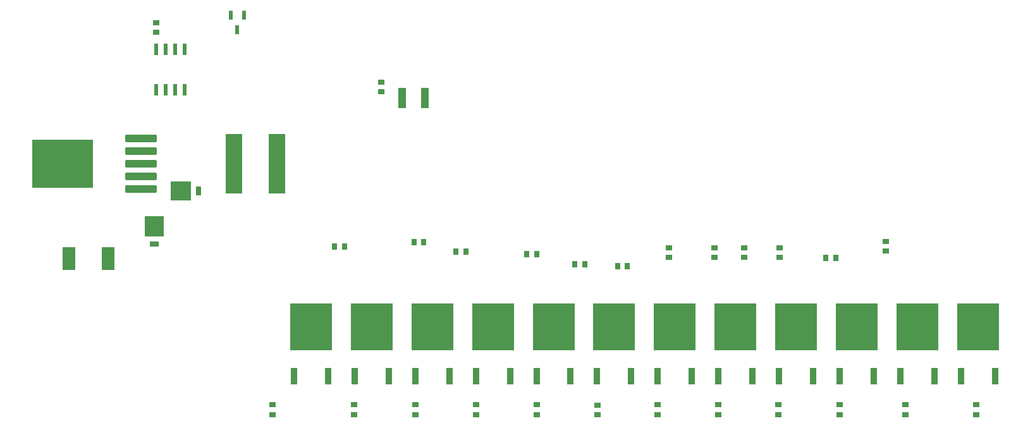
<source format=gbr>
G04*
G04 #@! TF.GenerationSoftware,Altium Limited,Altium Designer,22.4.2 (48)*
G04*
G04 Layer_Color=8421504*
%FSLAX25Y25*%
%MOIN*%
G70*
G04*
G04 #@! TF.SameCoordinates,7713EA0D-6249-4CA7-80EE-CA65CFE05E5E*
G04*
G04*
G04 #@! TF.FilePolarity,Positive*
G04*
G01*
G75*
%ADD19R,0.08661X0.31496*%
%ADD20R,0.03740X0.03150*%
%ADD21R,0.03543X0.08858*%
%ADD22R,0.21850X0.24803*%
%ADD23R,0.03150X0.03740*%
G04:AMPARAMS|DCode=24|XSize=39.37mil|YSize=163.39mil|CornerRadius=1.97mil|HoleSize=0mil|Usage=FLASHONLY|Rotation=270.000|XOffset=0mil|YOffset=0mil|HoleType=Round|Shape=RoundedRectangle|*
%AMROUNDEDRECTD24*
21,1,0.03937,0.15945,0,0,270.0*
21,1,0.03543,0.16339,0,0,270.0*
1,1,0.00394,-0.07972,-0.01772*
1,1,0.00394,-0.07972,0.01772*
1,1,0.00394,0.07972,0.01772*
1,1,0.00394,0.07972,-0.01772*
%
%ADD24ROUNDEDRECTD24*%
G04:AMPARAMS|DCode=25|XSize=251.97mil|YSize=322.84mil|CornerRadius=2.52mil|HoleSize=0mil|Usage=FLASHONLY|Rotation=270.000|XOffset=0mil|YOffset=0mil|HoleType=Round|Shape=RoundedRectangle|*
%AMROUNDEDRECTD25*
21,1,0.25197,0.31780,0,0,270.0*
21,1,0.24693,0.32284,0,0,270.0*
1,1,0.00504,-0.15890,-0.12347*
1,1,0.00504,-0.15890,0.12347*
1,1,0.00504,0.15890,0.12347*
1,1,0.00504,0.15890,-0.12347*
%
%ADD25ROUNDEDRECTD25*%
%ADD26R,0.10000X0.10512*%
%ADD27R,0.05000X0.03000*%
%ADD28R,0.07008X0.12402*%
%ADD29R,0.04331X0.11024*%
%ADD30R,0.02200X0.05000*%
%ADD31R,0.02362X0.06102*%
%ADD32R,0.10512X0.10000*%
%ADD33R,0.03000X0.05000*%
D19*
X177904Y271184D02*
D03*
X155464D02*
D03*
D20*
X546682Y143993D02*
D03*
Y138875D02*
D03*
X509445Y143993D02*
D03*
Y138875D02*
D03*
X474874Y143993D02*
D03*
Y138875D02*
D03*
X410687Y143993D02*
D03*
Y138875D02*
D03*
X378631Y143993D02*
D03*
Y138875D02*
D03*
X442308Y143993D02*
D03*
Y138875D02*
D03*
X499069Y225061D02*
D03*
Y230179D02*
D03*
X384628Y221695D02*
D03*
Y226814D02*
D03*
X424501Y221695D02*
D03*
Y226814D02*
D03*
X408707Y221695D02*
D03*
Y226814D02*
D03*
X443014Y221695D02*
D03*
Y226814D02*
D03*
X346999Y143870D02*
D03*
Y138752D02*
D03*
X315027Y143993D02*
D03*
Y138875D02*
D03*
X283038Y143993D02*
D03*
Y138875D02*
D03*
X251075Y144007D02*
D03*
Y138889D02*
D03*
X218802Y143993D02*
D03*
Y138875D02*
D03*
X175720Y143993D02*
D03*
Y138875D02*
D03*
X232975Y309075D02*
D03*
Y314193D02*
D03*
X114505Y340445D02*
D03*
Y345564D02*
D03*
D21*
X442777Y159055D02*
D03*
X460730D02*
D03*
X410816D02*
D03*
X428769D02*
D03*
X506700D02*
D03*
X524653D02*
D03*
X219048D02*
D03*
X237001D02*
D03*
X556614D02*
D03*
X538661D02*
D03*
X492691D02*
D03*
X474739D02*
D03*
X396807D02*
D03*
X378855D02*
D03*
X364846D02*
D03*
X346893D02*
D03*
X332885D02*
D03*
X314932D02*
D03*
X300923D02*
D03*
X282971D02*
D03*
X268962D02*
D03*
X251009D02*
D03*
X205039D02*
D03*
X187087D02*
D03*
D22*
X451754Y185039D02*
D03*
X419792D02*
D03*
X515676D02*
D03*
X228024D02*
D03*
X547638D02*
D03*
X483715D02*
D03*
X387831D02*
D03*
X355870D02*
D03*
X323908D02*
D03*
X291947D02*
D03*
X259986D02*
D03*
X196063D02*
D03*
D23*
X309836Y223553D02*
D03*
X314954D02*
D03*
X250365Y229816D02*
D03*
X255483D02*
D03*
X357707Y217249D02*
D03*
X362825D02*
D03*
X335193Y218278D02*
D03*
X340312D02*
D03*
X272474Y224787D02*
D03*
X277592D02*
D03*
X208504Y227547D02*
D03*
X213622D02*
D03*
X472629Y221406D02*
D03*
X467511D02*
D03*
D24*
X106370Y257798D02*
D03*
Y264491D02*
D03*
Y271184D02*
D03*
Y277877D02*
D03*
Y284570D02*
D03*
D25*
X65229Y271184D02*
D03*
D26*
X113385Y238096D02*
D03*
D27*
Y228840D02*
D03*
D28*
X68438Y221112D02*
D03*
X89029D02*
D03*
D29*
X256127Y305763D02*
D03*
X243922D02*
D03*
D30*
X160808Y349499D02*
D03*
X153603D02*
D03*
X157206Y341857D02*
D03*
D31*
X114471Y310070D02*
D03*
X119471D02*
D03*
X124471D02*
D03*
X129471D02*
D03*
X114471Y331330D02*
D03*
X119471D02*
D03*
X124471D02*
D03*
X129471D02*
D03*
D32*
X127480Y256747D02*
D03*
D33*
X136736D02*
D03*
M02*

</source>
